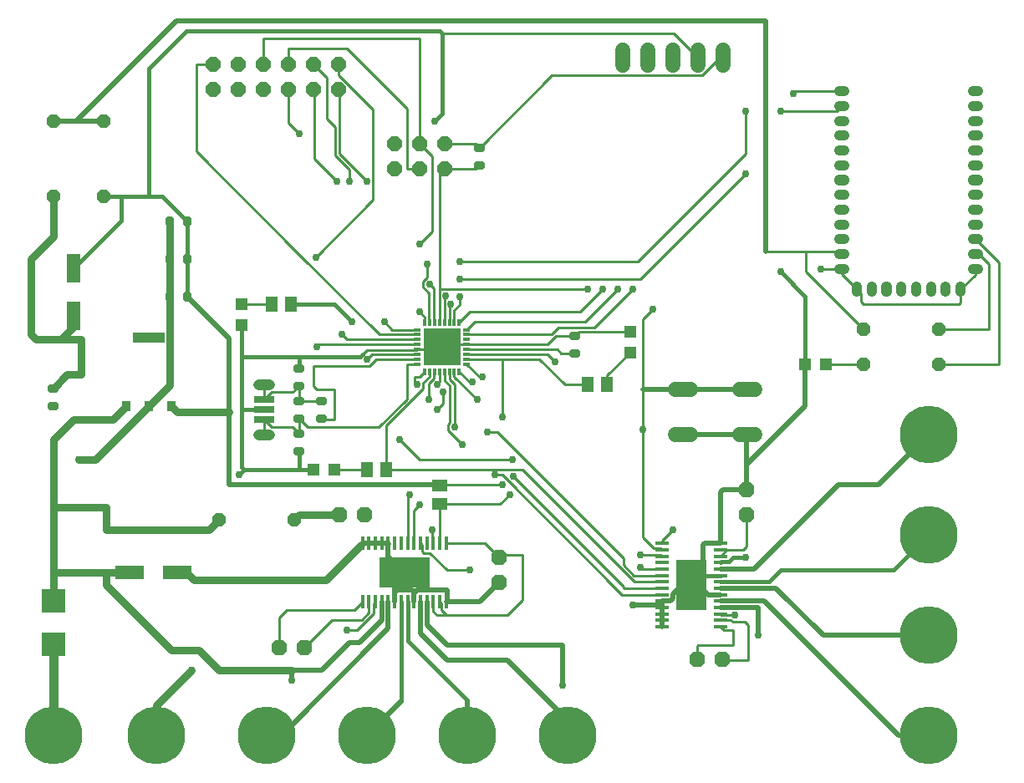
<source format=gbr>
G04 EAGLE Gerber RS-274X export*
G75*
%MOMM*%
%FSLAX34Y34*%
%LPD*%
%INTop Copper*%
%IPPOS*%
%AMOC8*
5,1,8,0,0,1.08239X$1,22.5*%
G01*
%ADD10C,5.842000*%
%ADD11C,0.990000*%
%ADD12R,1.400000X0.450000*%
%ADD13R,3.100000X5.180000*%
%ADD14C,0.500000*%
%ADD15C,0.718719*%
%ADD16P,1.732040X8X22.500000*%
%ADD17P,1.732040X8X112.500000*%
%ADD18P,1.732040X8X202.500000*%
%ADD19P,1.732040X8X292.500000*%
%ADD20R,2.400000X2.400000*%
%ADD21R,0.800000X0.300000*%
%ADD22R,0.300000X0.800000*%
%ADD23R,3.700000X3.700000*%
%ADD24P,1.649562X8X22.500000*%
%ADD25C,1.524000*%
%ADD26R,1.200000X1.200000*%
%ADD27R,0.450000X1.400000*%
%ADD28R,5.180000X3.100000*%
%ADD29R,3.000000X1.400000*%
%ADD30R,1.400000X3.000000*%
%ADD31P,1.429621X8X112.500000*%
%ADD32R,2.000000X0.700000*%
%ADD33P,1.429621X8X202.500000*%
%ADD34R,1.300000X1.600000*%
%ADD35R,1.600000X1.300000*%
%ADD36C,1.117600*%
%ADD37R,0.889000X1.016000*%
%ADD38C,0.152400*%
%ADD39C,0.756400*%
%ADD40C,0.254000*%
%ADD41C,0.508000*%
%ADD42C,0.762000*%
%ADD43C,0.381000*%
%ADD44C,0.889000*%

G36*
X150624Y448820D02*
X150624Y448820D01*
X150626Y448819D01*
X150669Y448839D01*
X150713Y448857D01*
X150713Y448859D01*
X150715Y448860D01*
X150748Y448945D01*
X150748Y459105D01*
X150747Y459107D01*
X150748Y459109D01*
X150728Y459152D01*
X150710Y459196D01*
X150708Y459196D01*
X150707Y459198D01*
X150622Y459231D01*
X118618Y459231D01*
X118616Y459230D01*
X118614Y459231D01*
X118571Y459211D01*
X118527Y459193D01*
X118527Y459191D01*
X118525Y459190D01*
X118492Y459105D01*
X118492Y448945D01*
X118493Y448943D01*
X118492Y448941D01*
X118512Y448898D01*
X118530Y448854D01*
X118532Y448854D01*
X118533Y448852D01*
X118618Y448819D01*
X150622Y448819D01*
X150624Y448820D01*
G37*
D10*
X38100Y50800D03*
X142240Y50800D03*
D11*
X834130Y703530D02*
X839230Y703530D01*
X834130Y703530D02*
X834130Y703630D01*
X839230Y703630D01*
X839230Y703530D01*
X839230Y688530D02*
X834130Y688530D01*
X834130Y688630D01*
X839230Y688630D01*
X839230Y688530D01*
X839230Y673530D02*
X834130Y673530D01*
X834130Y673630D01*
X839230Y673630D01*
X839230Y673530D01*
X839230Y658530D02*
X834130Y658530D01*
X834130Y658630D01*
X839230Y658630D01*
X839230Y658530D01*
X839230Y643530D02*
X834130Y643530D01*
X834130Y643630D01*
X839230Y643630D01*
X839230Y643530D01*
X839230Y628530D02*
X834130Y628530D01*
X834130Y628630D01*
X839230Y628630D01*
X839230Y628530D01*
X839230Y613530D02*
X834130Y613530D01*
X834130Y613630D01*
X839230Y613630D01*
X839230Y613530D01*
X839230Y598530D02*
X834130Y598530D01*
X834130Y598630D01*
X839230Y598630D01*
X839230Y598530D01*
X839230Y583530D02*
X834130Y583530D01*
X834130Y583630D01*
X839230Y583630D01*
X839230Y583530D01*
X839230Y568530D02*
X834130Y568530D01*
X834130Y568630D01*
X839230Y568630D01*
X839230Y568530D01*
X839230Y553530D02*
X834130Y553530D01*
X834130Y553630D01*
X839230Y553630D01*
X839230Y553530D01*
X839230Y538530D02*
X834130Y538530D01*
X834130Y538630D01*
X839230Y538630D01*
X839230Y538530D01*
X839230Y523530D02*
X834130Y523530D01*
X834130Y523630D01*
X839230Y523630D01*
X839230Y523530D01*
X852130Y505430D02*
X852130Y500330D01*
X852030Y500330D01*
X852030Y505430D01*
X852130Y505430D01*
X867130Y505430D02*
X867130Y500330D01*
X867030Y500330D01*
X867030Y505430D01*
X867130Y505430D01*
X882130Y505430D02*
X882130Y500330D01*
X882030Y500330D01*
X882030Y505430D01*
X882130Y505430D01*
X897130Y505430D02*
X897130Y500330D01*
X897030Y500330D01*
X897030Y505430D01*
X897130Y505430D01*
X912130Y505430D02*
X912130Y500330D01*
X912030Y500330D01*
X912030Y505430D01*
X912130Y505430D01*
X927130Y505430D02*
X927130Y500330D01*
X927030Y500330D01*
X927030Y505430D01*
X927130Y505430D01*
X942130Y505430D02*
X942130Y500330D01*
X942030Y500330D01*
X942030Y505430D01*
X942130Y505430D01*
X957130Y505430D02*
X957130Y500330D01*
X957030Y500330D01*
X957030Y505430D01*
X957130Y505430D01*
X969530Y523630D02*
X974630Y523630D01*
X974630Y523530D01*
X969530Y523530D01*
X969530Y523630D01*
X969530Y538630D02*
X974630Y538630D01*
X974630Y538530D01*
X969530Y538530D01*
X969530Y538630D01*
X969530Y553630D02*
X974630Y553630D01*
X974630Y553530D01*
X969530Y553530D01*
X969530Y553630D01*
X969530Y568630D02*
X974630Y568630D01*
X974630Y568530D01*
X969530Y568530D01*
X969530Y568630D01*
X969530Y583630D02*
X974630Y583630D01*
X974630Y583530D01*
X969530Y583530D01*
X969530Y583630D01*
X969530Y598630D02*
X974630Y598630D01*
X974630Y598530D01*
X969530Y598530D01*
X969530Y598630D01*
X969530Y613630D02*
X974630Y613630D01*
X974630Y613530D01*
X969530Y613530D01*
X969530Y613630D01*
X969530Y628630D02*
X974630Y628630D01*
X974630Y628530D01*
X969530Y628530D01*
X969530Y628630D01*
X969530Y643630D02*
X974630Y643630D01*
X974630Y643530D01*
X969530Y643530D01*
X969530Y643630D01*
X969530Y658630D02*
X974630Y658630D01*
X974630Y658530D01*
X969530Y658530D01*
X969530Y658630D01*
X969530Y673630D02*
X974630Y673630D01*
X974630Y673530D01*
X969530Y673530D01*
X969530Y673630D01*
X969530Y688630D02*
X974630Y688630D01*
X974630Y688530D01*
X969530Y688530D01*
X969530Y688630D01*
X969530Y703630D02*
X974630Y703630D01*
X974630Y703530D01*
X969530Y703530D01*
X969530Y703630D01*
D12*
X713700Y160950D03*
X713700Y167450D03*
X713700Y173950D03*
X713700Y180450D03*
X713700Y186950D03*
X713700Y193450D03*
X713700Y199950D03*
X713700Y206450D03*
X713700Y212950D03*
X713700Y219450D03*
X713700Y225950D03*
X713700Y232450D03*
X713700Y238950D03*
X713700Y245450D03*
X654700Y245450D03*
X654700Y238950D03*
X654700Y232450D03*
X654700Y225950D03*
X654700Y219450D03*
X654700Y212950D03*
X654700Y206450D03*
X654700Y199950D03*
X654700Y193450D03*
X654700Y186950D03*
X654700Y180450D03*
X654700Y173950D03*
X654700Y167450D03*
X654700Y160950D03*
D13*
X684200Y203200D03*
D14*
X684200Y203200D03*
D15*
X471807Y629549D02*
X467993Y629549D01*
X471807Y629549D02*
X471807Y627751D01*
X467993Y627751D01*
X467993Y629549D01*
X467993Y647329D02*
X471807Y647329D01*
X471807Y645531D01*
X467993Y645531D01*
X467993Y647329D01*
D16*
X266700Y139700D03*
X292100Y139700D03*
D17*
X489280Y205740D03*
X489280Y231140D03*
D18*
X353220Y274480D03*
X327820Y274480D03*
D15*
X40007Y385709D02*
X36193Y385709D01*
X40007Y385709D02*
X40007Y383911D01*
X36193Y383911D01*
X36193Y385709D01*
X36193Y403489D02*
X40007Y403489D01*
X40007Y401691D01*
X36193Y401691D01*
X36193Y403489D01*
X564513Y439049D02*
X568327Y439049D01*
X568327Y437251D01*
X564513Y437251D01*
X564513Y439049D01*
X564513Y456829D02*
X568327Y456829D01*
X568327Y455031D01*
X564513Y455031D01*
X564513Y456829D01*
X173091Y493393D02*
X173091Y497207D01*
X174889Y497207D01*
X174889Y493393D01*
X173091Y493393D01*
X155311Y493393D02*
X155311Y497207D01*
X157109Y497207D01*
X157109Y493393D01*
X155311Y493393D01*
X173091Y531493D02*
X173091Y535307D01*
X174889Y535307D01*
X174889Y531493D01*
X173091Y531493D01*
X155311Y531493D02*
X155311Y535307D01*
X157109Y535307D01*
X157109Y531493D01*
X155311Y531493D01*
X173091Y569593D02*
X173091Y573407D01*
X174889Y573407D01*
X174889Y569593D01*
X173091Y569593D01*
X155311Y569593D02*
X155311Y573407D01*
X157109Y573407D01*
X157109Y569593D01*
X155311Y569593D01*
D16*
X690080Y127800D03*
X715480Y127800D03*
D19*
X740080Y299720D03*
X740080Y274320D03*
D20*
X38100Y187100D03*
X38100Y143100D03*
D10*
X558800Y50800D03*
X457200Y50800D03*
X924700Y50800D03*
X254000Y50800D03*
X355600Y50800D03*
X924700Y152400D03*
X924700Y355600D03*
X924700Y254000D03*
D21*
X406800Y462000D03*
X406800Y457000D03*
X406800Y452000D03*
X406800Y447000D03*
X406800Y442000D03*
X406800Y437000D03*
X406800Y432000D03*
X406800Y427000D03*
D22*
X414300Y419500D03*
X419300Y419500D03*
X424300Y419500D03*
X429300Y419500D03*
X434300Y419500D03*
X439300Y419500D03*
X444300Y419500D03*
X449300Y419500D03*
D21*
X456800Y427000D03*
X456800Y432000D03*
X456800Y437000D03*
X456800Y442000D03*
X456800Y447000D03*
X456800Y452000D03*
X456800Y457000D03*
X456800Y462000D03*
D22*
X449300Y469500D03*
X444300Y469500D03*
X439300Y469500D03*
X434300Y469500D03*
X429300Y469500D03*
X424300Y469500D03*
X419300Y469500D03*
X414300Y469500D03*
D23*
X431800Y444500D03*
D24*
X383540Y624840D03*
X383540Y650240D03*
X408940Y624840D03*
X408940Y650240D03*
X434340Y624840D03*
X434340Y650240D03*
D25*
X716420Y729920D02*
X716420Y745160D01*
X691020Y745160D02*
X691020Y729920D01*
X665620Y729920D02*
X665620Y745160D01*
X640220Y745160D02*
X640220Y729920D01*
X614820Y729920D02*
X614820Y745160D01*
D26*
X228600Y467020D03*
X228600Y488020D03*
X301920Y320040D03*
X322920Y320040D03*
X799760Y426720D03*
X820760Y426720D03*
D27*
X351450Y186400D03*
X357950Y186400D03*
X364450Y186400D03*
X370950Y186400D03*
X377450Y186400D03*
X383950Y186400D03*
X390450Y186400D03*
X396950Y186400D03*
X403450Y186400D03*
X409950Y186400D03*
X416450Y186400D03*
X422950Y186400D03*
X429450Y186400D03*
X435950Y186400D03*
X435950Y245400D03*
X429450Y245400D03*
X422950Y245400D03*
X416450Y245400D03*
X409950Y245400D03*
X403450Y245400D03*
X396950Y245400D03*
X390450Y245400D03*
X383950Y245400D03*
X377450Y245400D03*
X370950Y245400D03*
X364450Y245400D03*
X357950Y245400D03*
X351450Y245400D03*
D28*
X393700Y215900D03*
D14*
X393700Y215900D03*
D26*
X622300Y460080D03*
X622300Y439080D03*
D29*
X163700Y215900D03*
X115700Y215900D03*
D30*
X58420Y476380D03*
X58420Y524380D03*
D15*
X285113Y390789D02*
X285113Y388991D01*
X285113Y390789D02*
X288927Y390789D01*
X288927Y388991D01*
X285113Y388991D01*
X285113Y373009D02*
X285113Y371211D01*
X285113Y373009D02*
X288927Y373009D01*
X288927Y371211D01*
X285113Y371211D01*
D31*
X88900Y596900D03*
X88900Y673100D03*
D15*
X311787Y373009D02*
X311787Y371211D01*
X307973Y371211D01*
X307973Y373009D01*
X311787Y373009D01*
X311787Y388991D02*
X311787Y390789D01*
X311787Y388991D02*
X307973Y388991D01*
X307973Y390789D01*
X311787Y390789D01*
D31*
X38100Y596900D03*
X38100Y673100D03*
D25*
X668388Y401066D02*
X683628Y401066D01*
X683628Y355854D02*
X668388Y355854D01*
X733412Y401066D02*
X748652Y401066D01*
X748652Y355854D02*
X733412Y355854D01*
D24*
X199860Y705320D03*
X199860Y730720D03*
X225260Y705320D03*
X225260Y730720D03*
X250660Y705320D03*
X250660Y730720D03*
X276060Y705320D03*
X276060Y730720D03*
X301460Y705320D03*
X301460Y730720D03*
X326860Y705320D03*
X326860Y730720D03*
D32*
X251460Y371000D03*
X251460Y381000D03*
X251460Y391000D03*
D33*
X281940Y269240D03*
X205740Y269240D03*
D34*
X375260Y320040D03*
X356260Y320040D03*
D33*
X934720Y426720D03*
X858520Y426720D03*
X934720Y462280D03*
X858520Y462280D03*
D34*
X278740Y487680D03*
X259740Y487680D03*
D35*
X429260Y285140D03*
X429260Y304140D03*
D34*
X598780Y406400D03*
X579780Y406400D03*
D36*
X257048Y406400D02*
X245872Y406400D01*
X245872Y355600D02*
X257048Y355600D01*
D15*
X285113Y355971D02*
X288927Y355971D01*
X285113Y355971D02*
X285113Y357769D01*
X288927Y357769D01*
X288927Y355971D01*
X288927Y338191D02*
X285113Y338191D01*
X285113Y339989D01*
X288927Y339989D01*
X288927Y338191D01*
X288927Y406029D02*
X285113Y406029D01*
X288927Y406029D02*
X288927Y404231D01*
X285113Y404231D01*
X285113Y406029D01*
X285113Y423809D02*
X288927Y423809D01*
X288927Y422011D01*
X285113Y422011D01*
X285113Y423809D01*
D37*
X111633Y384175D03*
X134620Y384175D03*
X157607Y384175D03*
D38*
X163700Y215900D02*
X172720Y215900D01*
D39*
X63500Y330200D03*
D38*
X430530Y443230D02*
X431800Y444500D01*
D40*
X456800Y447000D02*
X538440Y447000D01*
X547370Y455930D02*
X566420Y455930D01*
X547370Y455930D02*
X538440Y447000D01*
X228600Y467020D02*
X227500Y465920D01*
D41*
X142240Y81280D02*
X142240Y50800D01*
D42*
X142240Y81280D02*
X177800Y116840D01*
D39*
X177800Y116840D03*
X203200Y208280D03*
D42*
X180340Y208280D01*
X172720Y215900D01*
D41*
X203200Y208280D02*
X206080Y208280D01*
D42*
X38100Y402590D02*
X52010Y416500D01*
X66040Y416500D01*
D40*
X55880Y473840D02*
X58420Y476380D01*
D39*
X66040Y436880D03*
D41*
X349890Y243840D02*
X351450Y245400D01*
X357950Y245400D01*
X364450Y245400D01*
X370950Y245400D01*
X377450Y245400D01*
X469940Y186400D02*
X489280Y205740D01*
D39*
X624840Y182880D03*
D41*
X650630Y182880D01*
X654700Y186950D01*
X654700Y180450D01*
X654700Y173950D01*
X654700Y167450D01*
X654700Y160950D01*
X654700Y186950D02*
X654886Y187136D01*
X663383Y187136D01*
X665764Y189517D01*
X681481Y209764D02*
X686919Y209764D01*
X690764Y205919D01*
X690764Y203200D01*
X665764Y194047D02*
X665764Y189517D01*
X665764Y194047D02*
X681481Y209764D01*
X690764Y203200D02*
X695453Y203200D01*
X690880Y203200D02*
X684200Y203200D01*
X690880Y203200D02*
X701040Y193040D01*
X704793Y193040D01*
X705017Y193264D01*
X713514Y193264D01*
X713700Y193450D01*
X695960Y214960D02*
X684200Y203200D01*
X695960Y214960D02*
X695960Y243840D01*
X697570Y245450D01*
X713700Y245450D01*
X713700Y297140D01*
X716280Y299720D01*
X740080Y299720D01*
X740080Y325120D01*
X740080Y354902D01*
D42*
X38100Y556260D02*
X38100Y596900D01*
X38100Y556260D02*
X15240Y533400D01*
X15240Y457200D01*
X20320Y452120D01*
X156210Y533400D02*
X156210Y571500D01*
X156210Y533400D02*
X156210Y495300D01*
X66040Y452120D02*
X66040Y436880D01*
X45720Y452120D02*
X20320Y452120D01*
X45720Y452120D02*
X66040Y452120D01*
X58420Y464820D02*
X58420Y476380D01*
X58420Y464820D02*
X45720Y452120D01*
D40*
X434300Y447000D02*
X456800Y447000D01*
X434300Y447000D02*
X430530Y443230D01*
X429300Y442000D02*
X406800Y442000D01*
X429300Y442000D02*
X430530Y443230D01*
D42*
X314330Y208280D02*
X203200Y208280D01*
X314330Y208280D02*
X349890Y243840D01*
D41*
X377450Y245400D02*
X377636Y245214D01*
X383950Y195990D02*
X383950Y186400D01*
X383950Y195990D02*
X386080Y198120D01*
X401320Y198120D01*
X403346Y196094D01*
X403346Y186400D01*
X403450Y186400D02*
X403450Y195170D01*
X406400Y198120D01*
X436880Y198120D01*
X436880Y187330D01*
X436240Y186690D01*
X436240Y186400D01*
X435950Y186400D02*
X469940Y186400D01*
X383950Y186400D02*
X383950Y206150D01*
X393700Y215900D01*
X377450Y232150D01*
X377450Y245400D01*
D40*
X406094Y441294D02*
X406800Y442000D01*
X406094Y441294D02*
X355794Y441294D01*
X351380Y436880D01*
D39*
X226060Y314960D03*
D40*
X469900Y646430D02*
X466090Y650240D01*
X434340Y650240D01*
X836680Y518280D02*
X852080Y502880D01*
X836680Y518280D02*
X836680Y523580D01*
X852080Y502880D02*
X855980Y498980D01*
X855980Y490220D01*
X858520Y487680D01*
X955040Y487680D01*
X957080Y489720D01*
X957080Y502880D01*
X972080Y517880D02*
X972080Y523580D01*
X972080Y517880D02*
X957080Y502880D01*
X836680Y523580D02*
X836340Y523240D01*
X815340Y523240D01*
D39*
X815340Y523240D03*
D43*
X713700Y212950D02*
X697970Y212950D01*
X695960Y214960D01*
X799760Y426720D02*
X799760Y495640D01*
X774700Y520700D01*
D39*
X774700Y520700D03*
D40*
X622300Y460080D02*
X570570Y460080D01*
X566420Y455930D01*
X713368Y737540D02*
X716420Y737540D01*
X713368Y737540D02*
X695334Y719506D01*
X542976Y719506D02*
X469900Y646430D01*
X542976Y719506D02*
X695334Y719506D01*
D43*
X231140Y320040D02*
X226060Y314960D01*
X231140Y320040D02*
X287020Y320040D01*
X301920Y320040D01*
X287020Y320040D02*
X287020Y339090D01*
X228600Y434340D02*
X228600Y467020D01*
X228600Y434340D02*
X228600Y381000D01*
X228600Y322580D01*
X231140Y320040D01*
X348840Y434340D02*
X351380Y436880D01*
X348840Y434340D02*
X287020Y434340D01*
X287020Y422910D01*
X287020Y434340D02*
X228600Y434340D01*
X228600Y381000D02*
X251460Y381000D01*
D42*
X66040Y416500D02*
X66040Y436880D01*
D41*
X740080Y354902D02*
X741032Y355854D01*
X676008Y355854D01*
X740080Y325120D02*
X799760Y384800D01*
X799760Y426720D01*
D42*
X134620Y384175D02*
X80645Y330200D01*
X63500Y330200D01*
X134620Y384175D02*
X156210Y405765D01*
X156210Y495300D01*
D39*
X304800Y444500D03*
D40*
X307300Y447000D02*
X406800Y447000D01*
X307300Y447000D02*
X304800Y444500D01*
D43*
X173990Y495300D02*
X173990Y533400D01*
X173990Y571500D01*
X148590Y596900D01*
X134620Y596900D01*
X106680Y596900D01*
X88900Y596900D01*
X106680Y572640D02*
X58420Y524380D01*
X106680Y572640D02*
X106680Y596900D01*
D41*
X215900Y378460D02*
X215900Y304800D01*
X215900Y378460D02*
X215900Y453390D01*
X173990Y495300D01*
X215900Y304800D02*
X428600Y304800D01*
X429260Y304140D01*
D40*
X456800Y432000D02*
X492760Y432000D01*
X530660Y432000D01*
X556260Y406400D02*
X579780Y406400D01*
X556260Y406400D02*
X530660Y432000D01*
D43*
X134620Y596900D02*
X134620Y726440D01*
X172720Y764540D01*
X429260Y764540D01*
X431800Y762000D01*
X431800Y680720D01*
X424180Y673100D01*
D39*
X424180Y673100D03*
D40*
X666560Y762000D02*
X691020Y737540D01*
X666560Y762000D02*
X431800Y762000D01*
X492760Y432000D02*
X492760Y373380D01*
D39*
X492760Y304800D03*
X492760Y373380D03*
D40*
X429920Y304800D02*
X429260Y304140D01*
X429920Y304800D02*
X492760Y304800D01*
D42*
X163322Y378460D02*
X157607Y384175D01*
X163322Y378460D02*
X215900Y378460D01*
D40*
X456800Y442000D02*
X548600Y442000D01*
X552450Y438150D02*
X566420Y438150D01*
X552450Y438150D02*
X548600Y442000D01*
X429260Y285140D02*
X429450Y284950D01*
X429450Y245400D01*
X466090Y624840D02*
X469900Y628650D01*
X466090Y624840D02*
X434340Y624840D01*
X429300Y502920D02*
X429300Y469500D01*
X429300Y502920D02*
X429300Y619800D01*
X434340Y624840D01*
X653244Y240406D02*
X654700Y238950D01*
X653244Y240406D02*
X646543Y240406D01*
X635000Y251949D01*
X635000Y360680D01*
X635000Y401320D01*
D39*
X645160Y482600D03*
D40*
X635000Y472440D01*
X635000Y401320D01*
D39*
X579120Y502920D03*
D40*
X429300Y502920D01*
X429260Y285140D02*
X490880Y285140D01*
X500380Y294640D01*
D39*
X500380Y294640D03*
X635000Y360680D03*
D41*
X635254Y401066D02*
X676008Y401066D01*
X635254Y401066D02*
X635000Y401320D01*
X676008Y401066D02*
X741032Y401066D01*
D40*
X622300Y439080D02*
X598780Y415560D01*
X598780Y406400D01*
D44*
X38100Y143100D02*
X38100Y50800D01*
D40*
X250660Y730720D02*
X250660Y756920D01*
X408940Y756920D01*
X408940Y650240D01*
X421640Y637540D01*
X421640Y561340D01*
X408940Y548640D01*
D39*
X408940Y548640D03*
X467360Y391160D03*
D40*
X444300Y414220D01*
X444300Y419500D01*
X403450Y278990D02*
X403450Y245400D01*
X403450Y278990D02*
X408940Y284480D01*
D39*
X408940Y284480D03*
X444500Y363220D03*
D40*
X444500Y406280D02*
X439300Y411480D01*
X444500Y406280D02*
X444500Y363220D01*
X439300Y411480D02*
X439300Y419500D01*
X435006Y418794D02*
X434300Y419500D01*
X435006Y418794D02*
X435006Y410027D01*
X439420Y405613D01*
X614270Y193450D02*
X654700Y193450D01*
D39*
X452120Y345440D03*
D40*
X437924Y365944D02*
X439420Y367440D01*
X437924Y365944D02*
X437924Y359636D01*
X452120Y345440D01*
X439420Y367440D02*
X439420Y405613D01*
D39*
X485140Y314960D03*
D40*
X492760Y314960D01*
X614270Y193450D01*
X409100Y414300D02*
X414300Y419500D01*
X409100Y414300D02*
X404140Y414300D01*
X404140Y406400D01*
X406400Y406400D01*
D39*
X406400Y406400D03*
D40*
X615724Y230096D02*
X615724Y223336D01*
X626110Y212950D02*
X654700Y212950D01*
X626110Y212950D02*
X615724Y223336D01*
D39*
X477520Y358140D03*
D40*
X487680Y358140D01*
X615724Y230096D01*
X259740Y487680D02*
X228940Y487680D01*
X228600Y488020D01*
X439300Y486104D02*
X439300Y469500D01*
X439300Y486104D02*
X440876Y487680D01*
D39*
X440876Y487680D03*
X337820Y612140D03*
D40*
X337820Y624173D01*
X323596Y638397D01*
X323596Y667004D01*
X314960Y717220D02*
X301460Y730720D01*
X314960Y675640D02*
X323596Y667004D01*
X314960Y675640D02*
X314960Y717220D01*
X326860Y705320D02*
X327660Y704520D01*
X434300Y494768D02*
X434300Y469500D01*
X434300Y494768D02*
X435876Y496344D01*
D39*
X435876Y496344D03*
X355600Y612140D03*
D40*
X327660Y640080D01*
X327660Y704520D01*
X396240Y426720D02*
X396240Y391489D01*
X396240Y426720D02*
X396520Y427000D01*
X406800Y427000D01*
X251460Y371000D02*
X251460Y355600D01*
X259240Y363220D02*
X251460Y371000D01*
X280670Y363220D02*
X287020Y356870D01*
X280670Y363220D02*
X259240Y363220D01*
X287020Y356870D02*
X287020Y372110D01*
X295910Y363220D01*
X367971Y363220D02*
X396240Y391489D01*
X367971Y363220D02*
X295910Y363220D01*
X251460Y391000D02*
X251460Y406400D01*
X259240Y398780D02*
X251460Y391000D01*
X280670Y398780D02*
X287020Y405130D01*
X280670Y398780D02*
X259240Y398780D01*
X287020Y405130D02*
X287020Y389890D01*
X309880Y389890D01*
X301769Y404639D02*
X302034Y425224D01*
X365100Y432000D02*
X406800Y432000D01*
X358324Y425224D02*
X302034Y425224D01*
X358324Y425224D02*
X365100Y432000D01*
X305088Y401320D02*
X301769Y404639D01*
X305088Y401320D02*
X322580Y401320D01*
X322580Y370840D01*
X311150Y370840D01*
X309880Y372110D01*
D38*
X91540Y370740D02*
X89100Y368300D01*
X88900Y368300D01*
D42*
X38100Y215900D02*
X38100Y190500D01*
X38100Y215900D02*
X91440Y215900D01*
X38100Y215900D02*
X38100Y279400D01*
D41*
X40386Y281686D01*
D42*
X91440Y281686D01*
X38100Y279400D02*
X38100Y350520D01*
X58320Y370740D01*
X91540Y370740D01*
D41*
X370764Y186214D02*
X370950Y186400D01*
X370764Y186214D02*
X370764Y167557D01*
X348063Y144856D01*
X337896Y144856D01*
X309880Y116840D01*
D42*
X205740Y116840D02*
X185420Y137160D01*
X157480Y137160D01*
X91440Y203200D01*
X91440Y215900D01*
D41*
X279400Y116840D02*
X309880Y116840D01*
D42*
X279400Y116840D02*
X205740Y116840D01*
D41*
X279400Y116840D02*
X279400Y106680D01*
D39*
X279400Y106680D03*
X751840Y152400D03*
D41*
X751840Y180450D01*
X713700Y180450D01*
D42*
X205740Y269240D02*
X195580Y259080D01*
X91440Y259080D01*
X91440Y281686D01*
D41*
X416560Y186290D02*
X416560Y162560D01*
X436880Y142240D01*
X553720Y142240D01*
X553720Y101600D01*
D39*
X553720Y101600D03*
X739140Y231140D03*
D43*
X714521Y226771D02*
X713700Y225950D01*
X714521Y226771D02*
X722120Y226771D01*
X726489Y231140D02*
X739140Y231140D01*
X726489Y231140D02*
X722120Y226771D01*
D42*
X98198Y370740D02*
X91540Y370740D01*
X98198Y370740D02*
X111633Y384175D01*
X115700Y215900D02*
X91440Y215900D01*
D41*
X713700Y186950D02*
X757930Y186950D01*
X894080Y50800D02*
X924700Y50800D01*
X894080Y50800D02*
X757930Y186950D01*
X817880Y152400D02*
X924700Y152400D01*
X770226Y200054D02*
X713700Y200054D01*
X713700Y200136D01*
X770226Y200054D02*
X817880Y152400D01*
X747770Y219450D02*
X713700Y219450D01*
X873900Y304800D02*
X924700Y355600D01*
X833120Y304800D02*
X747770Y219450D01*
X833120Y304800D02*
X873900Y304800D01*
D43*
X726440Y206450D02*
X713700Y206450D01*
X726440Y206450D02*
X762710Y206450D01*
X889140Y218440D02*
X924700Y254000D01*
X774700Y218440D02*
X762710Y206450D01*
X774700Y218440D02*
X889140Y218440D01*
D38*
X714106Y161356D02*
X713700Y160950D01*
D40*
X717170Y157480D01*
X726440Y157480D01*
X726440Y142240D01*
X690880Y142240D01*
X690080Y141440D01*
X690080Y127800D01*
X713700Y167450D02*
X724608Y167450D01*
X726030Y166028D01*
X738212Y166028D02*
X741680Y162560D01*
X738212Y166028D02*
X726030Y166028D01*
X741680Y162560D02*
X741680Y127000D01*
X716280Y127000D01*
X715480Y127800D01*
X740080Y242240D02*
X740080Y274320D01*
X740080Y242240D02*
X736600Y238760D01*
X720010Y238760D02*
X713890Y238760D01*
X713700Y238950D01*
X720010Y238760D02*
X713700Y232450D01*
X720010Y238760D02*
X736600Y238760D01*
X654700Y245450D02*
X654700Y248300D01*
X665480Y259080D01*
D39*
X665480Y259080D03*
X335280Y157480D03*
D40*
X362994Y184944D02*
X364450Y186400D01*
X362994Y184944D02*
X362994Y174367D01*
X346107Y157480D01*
X335280Y157480D01*
D39*
X728754Y172604D03*
D40*
X715046Y172604D01*
X713700Y173950D01*
X459740Y218440D02*
X436910Y218440D01*
D39*
X459740Y218440D03*
D40*
X411406Y243944D02*
X409950Y245400D01*
X411406Y243944D02*
X411406Y237243D01*
X413043Y235606D01*
X419744Y235606D01*
X436910Y218440D01*
D39*
X632460Y220980D03*
D40*
X633990Y219450D02*
X654700Y219450D01*
X633990Y219450D02*
X632460Y220980D01*
X422950Y245400D02*
X421640Y246710D01*
X421640Y259080D01*
D39*
X421640Y259080D03*
X632460Y233680D03*
D40*
X653470Y233680D01*
X654700Y232450D01*
D41*
X60960Y673100D02*
X38100Y673100D01*
X60960Y673100D02*
X88900Y673100D01*
D40*
X800100Y520700D02*
X858520Y462280D01*
X800100Y520700D02*
X800100Y541020D01*
X759460Y541020D01*
X800100Y541020D02*
X834240Y541020D01*
X836680Y538580D01*
D41*
X162560Y774700D02*
X60960Y673100D01*
X162560Y774700D02*
X759460Y774700D01*
X759460Y541020D01*
D40*
X356260Y320040D02*
X322920Y320040D01*
X972080Y553580D02*
X995680Y529980D01*
X995680Y426720D02*
X934720Y426720D01*
X995680Y426720D02*
X995680Y529980D01*
X858520Y426720D02*
X820760Y426720D01*
X972080Y538580D02*
X975260Y538580D01*
X985520Y528320D01*
X985520Y462280D01*
X934720Y462280D01*
X459860Y408940D02*
X449300Y419500D01*
X459860Y408940D02*
X462280Y408940D01*
D39*
X462280Y408940D03*
D40*
X276060Y671360D02*
X276060Y705320D01*
D39*
X287020Y660400D03*
D40*
X276060Y671360D01*
D38*
X419100Y469700D02*
X419300Y469500D01*
D39*
X416560Y528320D03*
D40*
X418594Y470206D02*
X419300Y469500D01*
X412524Y505276D02*
X412524Y510724D01*
X416560Y514760D02*
X416560Y528320D01*
X416560Y514760D02*
X412524Y510724D01*
X418594Y499206D02*
X418594Y470206D01*
X418594Y499206D02*
X412524Y505276D01*
D39*
X449580Y530860D03*
D40*
X629920Y530860D01*
X739140Y640080D01*
X739140Y683260D01*
D39*
X739140Y683260D03*
X774700Y683260D03*
D40*
X831360Y683260D01*
X836680Y688580D01*
D39*
X419100Y508000D03*
D40*
X423594Y470206D02*
X424300Y469500D01*
X423594Y470206D02*
X423594Y503506D01*
X419100Y508000D01*
D39*
X449580Y513080D03*
D40*
X632460Y513080D01*
X739140Y619760D01*
D39*
X739140Y619760D03*
X787400Y701040D03*
D40*
X789940Y703580D01*
X836680Y703580D01*
X457000Y457200D02*
X456800Y457000D01*
D39*
X624840Y502920D03*
D40*
X586064Y464144D01*
X549837Y464144D02*
X542893Y457200D01*
X549837Y464144D02*
X586064Y464144D01*
X542893Y457200D02*
X457000Y457200D01*
X456800Y462000D02*
X464700Y469900D01*
X576580Y469900D02*
X609600Y502920D01*
D39*
X609600Y502920D03*
D40*
X576580Y469900D02*
X464700Y469900D01*
X459860Y480060D02*
X449300Y469500D01*
X571500Y480060D02*
X594360Y502920D01*
D39*
X594360Y502920D03*
D40*
X571500Y480060D02*
X459860Y480060D01*
X456800Y427000D02*
X469780Y414020D01*
X472440Y414020D01*
D39*
X472440Y414020D03*
D40*
X276060Y730720D02*
X276060Y746760D01*
X335280Y746760D01*
X396240Y685800D01*
X396240Y624840D01*
X408940Y624840D01*
X302260Y704520D02*
X301460Y705320D01*
X302260Y635000D02*
X325120Y612140D01*
D39*
X325120Y612140D03*
X449580Y495300D03*
D40*
X449580Y487084D01*
X444300Y481804D02*
X444300Y469500D01*
X302260Y635000D02*
X302260Y704520D01*
X449580Y487084D02*
X444300Y481804D01*
D39*
X373380Y469900D03*
D40*
X381280Y462000D02*
X406800Y462000D01*
X381280Y462000D02*
X373380Y469900D01*
X615390Y199950D02*
X654700Y199950D01*
D43*
X322580Y487680D02*
X278740Y487680D01*
X322580Y487680D02*
X340360Y469900D01*
D39*
X340360Y469900D03*
X388620Y350520D03*
D40*
X408940Y330200D01*
X502920Y330200D01*
D39*
X502920Y330200D03*
X503760Y313260D03*
D40*
X615390Y201630D01*
X615390Y199950D01*
X377800Y320040D02*
X375260Y320040D01*
X626670Y206450D02*
X654700Y206450D01*
X513080Y320040D02*
X375260Y320040D01*
X513080Y320040D02*
X626670Y206450D01*
X419300Y414220D02*
X419300Y419500D01*
X375260Y364761D02*
X375260Y320040D01*
X412976Y402477D02*
X412976Y407896D01*
X412976Y402477D02*
X375260Y364761D01*
X412976Y407896D02*
X419300Y414220D01*
X396950Y292810D02*
X396950Y245400D01*
X396950Y292810D02*
X398780Y294640D01*
D39*
X398780Y294640D03*
X426720Y381000D03*
D40*
X432844Y387124D01*
X432844Y398993D01*
D39*
X432844Y398993D03*
X408940Y480060D03*
D40*
X414300Y474700D01*
X414300Y469500D01*
X406800Y457000D02*
X368500Y457000D01*
X182880Y642620D02*
X182880Y730720D01*
X199860Y730720D01*
X285750Y539750D02*
X368500Y457000D01*
X285750Y539750D02*
X182880Y642620D01*
D39*
X418256Y391160D03*
D40*
X418256Y407429D01*
X423594Y418794D02*
X424300Y419500D01*
X423594Y412767D02*
X418256Y407429D01*
X423594Y412767D02*
X423594Y418794D01*
X429300Y419500D02*
X429300Y408980D01*
X426720Y406400D01*
D39*
X426720Y406400D03*
X330200Y457200D03*
D40*
X335400Y452000D02*
X406800Y452000D01*
X335400Y452000D02*
X330200Y457200D01*
D39*
X303960Y535100D03*
D40*
X326860Y720048D02*
X326860Y730720D01*
X326860Y720048D02*
X362176Y684732D01*
X362176Y593316D01*
X303960Y535100D01*
X351450Y186400D02*
X342850Y177800D01*
X274320Y177800D01*
X266700Y170180D01*
X266700Y139700D01*
X292100Y139700D02*
X320040Y167640D01*
X350520Y167640D01*
X357950Y175070D01*
X357950Y186400D01*
X475020Y245400D02*
X489280Y231140D01*
X475020Y245400D02*
X435950Y245400D01*
X429450Y186400D02*
X430906Y184944D01*
X430906Y178243D01*
X436429Y172720D01*
X422950Y176490D02*
X422950Y186400D01*
X422950Y176490D02*
X426720Y172720D01*
X436429Y172720D01*
X497840Y172720D02*
X513080Y187960D01*
X513080Y233680D01*
X491820Y233680D01*
X489280Y231140D01*
X497840Y172720D02*
X436429Y172720D01*
D39*
X355600Y431800D03*
D40*
X360800Y437000D02*
X406800Y437000D01*
X360800Y437000D02*
X355600Y431800D01*
X456800Y437000D02*
X538360Y437000D01*
X546100Y429260D01*
D39*
X546100Y429260D03*
D43*
X396950Y186400D02*
X396950Y146610D01*
D41*
X457200Y86360D02*
X457200Y50800D01*
D43*
X457200Y86360D02*
X396950Y146610D01*
D41*
X409950Y153930D02*
X409950Y186400D01*
X436880Y127000D02*
X497840Y127000D01*
X558800Y66040D01*
X558800Y50800D01*
X436880Y127000D02*
X409950Y153930D01*
X377450Y159010D02*
X377450Y186400D01*
X269240Y50800D02*
X254000Y50800D01*
X269240Y50800D02*
X377450Y159010D01*
D43*
X390450Y186400D02*
X390450Y85650D01*
D41*
X355600Y50800D01*
D42*
X281940Y269240D02*
X287180Y274480D01*
X327820Y274480D01*
M02*

</source>
